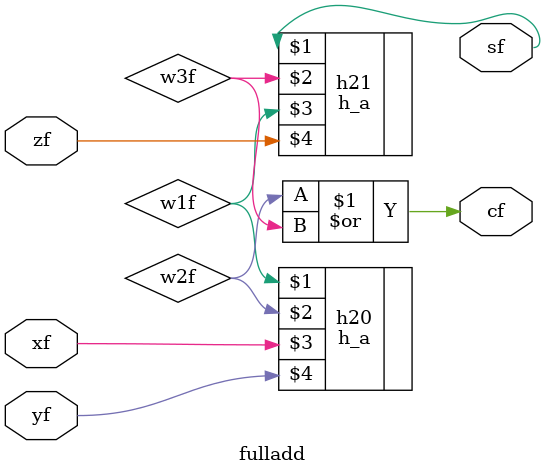
<source format=v>
`timescale 1ns / 1ps


module fulladd(sf,cf,xf,yf,zf);
  output sf,cf;
  input xf,yf,zf;
  wire w1f,w2f,w3f;
  h_a h20(w1f,w2f,xf,yf);
  h_a h21(sf,w3f,w1f,zf);
  or h3(cf,w2f,w3f);
endmodule

</source>
